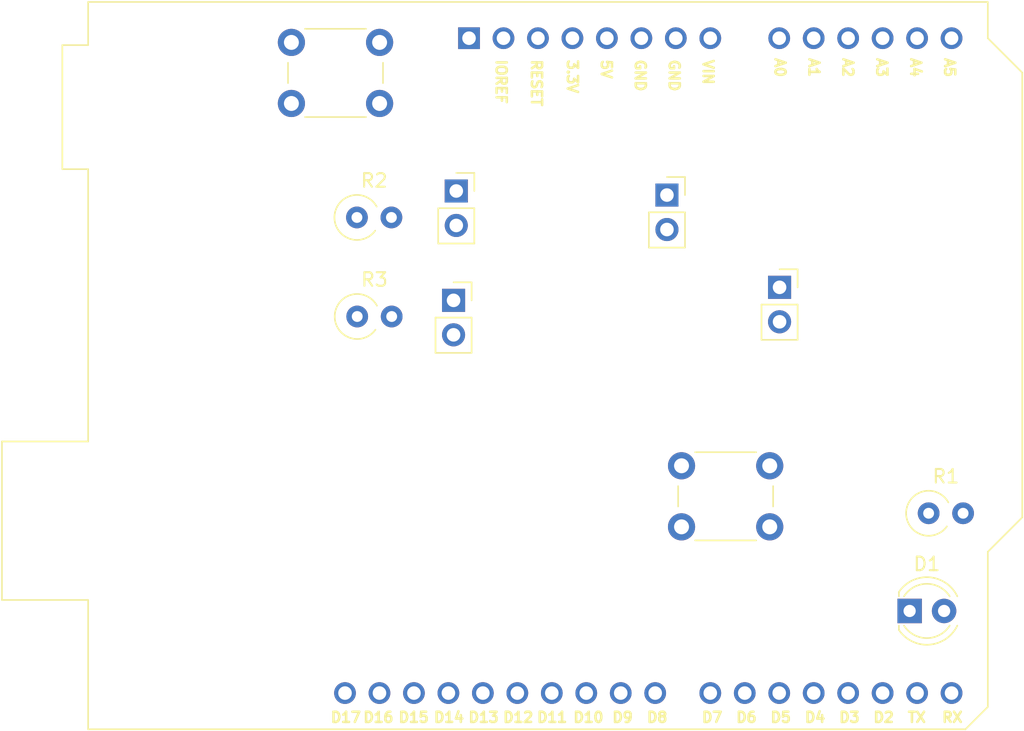
<source format=kicad_pcb>
(kicad_pcb (version 20240108) (generator "pcbnew") (generator_version "8.0")
  (layers (0 "F.Cu" signal) (31 "B.Cu" signal) (34 "B.Paste" user) (35 "F.Paste" user) (36 "B.SilkS" user "B.Silkscreen") (37 "F.SilkS" user "F.Silkscreen") (38 "B.Mask" user) (39 "F.Mask" user) (44 "Edge.Cuts" user))
  (net 0 "")
  (net 7 "Net-(A1-D2)")
  (net 11 "Net-(A1-~{RESET})")
  (net 21 "Net-(A1-+5V)")
  (net 23 "Net-(A1-D4)")
  (net 27 "Net-(A1-D6)")
  (net 29 "Net-(A1-D7)")
  (net 33 "GND")
  (net 34 "Net-(D1-A)")
  (net 35 "+5V")
  (footprint "Button_Switch_THT:SW_PUSH_6mm" (layer "F.Cu") (at 243.8 122.55)
    (property "Reference" "SW1" (hide yes))
    (property "Value" "TestStart-Peach")
    (fp_line (start -0.25 1.5) (end -0.25 3) (stroke (width 0.12)) (layer "F.SilkS"))
    (fp_line (start 1 5.5) (end 5.5 5.5) (stroke (width 0.12)) (layer "F.SilkS"))
    (fp_line (start 5.5 -1) (end 1 -1) (stroke (width 0.12)) (layer "F.SilkS"))
    (fp_line (start 6.75 3) (end 6.75 1.5) (stroke (width 0.12)) (layer "F.SilkS"))
    (pad "1" thru_hole circle (at 0 0 90) (size 2 2) (drill 1.1) (layers "*.Cu" "*.Mask" "In1.Cu" "In2.Cu" "In3.Cu" "In4.Cu" "In5.Cu" "In6.Cu" "In7.Cu" "In8.Cu" "In9.Cu" "In10.Cu" "In11.Cu" "In12.Cu" "In13.Cu" "In14.Cu" "In15.Cu" "In16.Cu" "In17.Cu" "In18.Cu" "In19.Cu" "In20.Cu" "In21.Cu" "In22.Cu" "In23.Cu" "In24.Cu" "In25.Cu" "In26.Cu" "In27.Cu" "In28.Cu" "In29.Cu" "In30.Cu") (net 33 "GND"))
    (pad "1" thru_hole circle (at 6.5 0 90) (size 2 2) (drill 1.1) (layers "*.Cu" "*.Mask" "In1.Cu" "In2.Cu" "In3.Cu" "In4.Cu" "In5.Cu" "In6.Cu" "In7.Cu" "In8.Cu" "In9.Cu" "In10.Cu" "In11.Cu" "In12.Cu" "In13.Cu" "In14.Cu" "In15.Cu" "In16.Cu" "In17.Cu" "In18.Cu" "In19.Cu" "In20.Cu" "In21.Cu" "In22.Cu" "In23.Cu" "In24.Cu" "In25.Cu" "In26.Cu" "In27.Cu" "In28.Cu" "In29.Cu" "In30.Cu") (net 33 "GND"))
    (pad "2" thru_hole circle (at 0 4.5 90) (size 2 2) (drill 1.1) (layers "*.Cu" "*.Mask" "In1.Cu" "In2.Cu" "In3.Cu" "In4.Cu" "In5.Cu" "In6.Cu" "In7.Cu" "In8.Cu" "In9.Cu" "In10.Cu" "In11.Cu" "In12.Cu" "In13.Cu" "In14.Cu" "In15.Cu" "In16.Cu" "In17.Cu" "In18.Cu" "In19.Cu" "In20.Cu" "In21.Cu" "In22.Cu" "In23.Cu" "In24.Cu" "In25.Cu" "In26.Cu" "In27.Cu" "In28.Cu" "In29.Cu" "In30.Cu") (net 27 "Net-(A1-D6)"))
    (pad "2" thru_hole circle (at 6.5 4.5 90) (size 2 2) (drill 1.1) (layers "*.Cu" "*.Mask" "In1.Cu" "In2.Cu" "In3.Cu" "In4.Cu" "In5.Cu" "In6.Cu" "In7.Cu" "In8.Cu" "In9.Cu" "In10.Cu" "In11.Cu" "In12.Cu" "In13.Cu" "In14.Cu" "In15.Cu" "In16.Cu" "In17.Cu" "In18.Cu" "In19.Cu" "In20.Cu" "In21.Cu" "In22.Cu" "In23.Cu" "In24.Cu" "In25.Cu" "In26.Cu" "In27.Cu" "In28.Cu" "In29.Cu" "In30.Cu") (net 27 "Net-(A1-D6)"))
  )
  (footprint "Connector_PinSocket_2.54mm:PinSocket_1x02_P2.54mm_Vertical" (layer "F.Cu") (at 251.025 109.4)
    (property "Reference" "J3" (hide yes))
    (property "Value" "3Min")
    (fp_line (start -1.33 1.27) (end -1.33 3.87) (stroke (width 0.12)) (layer "F.SilkS"))
    (fp_line (start -1.33 1.27) (end 1.33 1.27) (stroke (width 0.12)) (layer "F.SilkS"))
    (fp_line (start -1.33 3.87) (end 1.33 3.87) (stroke (width 0.12)) (layer "F.SilkS"))
    (fp_line (start 0 -1.33) (end 1.33 -1.33) (stroke (width 0.12)) (layer "F.SilkS"))
    (fp_line (start 1.33 -1.33) (end 1.33 0) (stroke (width 0.12)) (layer "F.SilkS"))
    (fp_line (start 1.33 1.27) (end 1.33 3.87) (stroke (width 0.12)) (layer "F.SilkS"))
    (pad "1" thru_hole rect (at 0 0) (size 1.7 1.7) (drill 1) (layers "*.Cu" "*.Mask" "In1.Cu" "In2.Cu" "In3.Cu" "In4.Cu" "In5.Cu" "In6.Cu" "In7.Cu" "In8.Cu" "In9.Cu" "In10.Cu" "In11.Cu" "In12.Cu" "In13.Cu" "In14.Cu" "In15.Cu" "In16.Cu" "In17.Cu" "In18.Cu" "In19.Cu" "In20.Cu" "In21.Cu" "In22.Cu" "In23.Cu" "In24.Cu" "In25.Cu" "In26.Cu" "In27.Cu" "In28.Cu" "In29.Cu" "In30.Cu") (net 35 "+5V"))
    (pad "2" thru_hole oval (at 0 2.54) (size 1.7 1.7) (drill 1) (layers "*.Cu" "*.Mask" "In1.Cu" "In2.Cu" "In3.Cu" "In4.Cu" "In5.Cu" "In6.Cu" "In7.Cu" "In8.Cu" "In9.Cu" "In10.Cu" "In11.Cu" "In12.Cu" "In13.Cu" "In14.Cu" "In15.Cu" "In16.Cu" "In17.Cu" "In18.Cu" "In19.Cu" "In20.Cu" "In21.Cu" "In22.Cu" "In23.Cu" "In24.Cu" "In25.Cu" "In26.Cu" "In27.Cu" "In28.Cu" "In29.Cu" "In30.Cu"))
  )
  (footprint "Connector_PinSocket_2.54mm:PinSocket_1x02_P2.54mm_Vertical" (layer "F.Cu") (at 242.725 102.6)
    (property "Reference" "J4" (hide yes))
    (property "Value" "5Min")
    (fp_line (start -1.33 1.27) (end -1.33 3.87) (stroke (width 0.12)) (layer "F.SilkS"))
    (fp_line (start -1.33 1.27) (end 1.33 1.27) (stroke (width 0.12)) (layer "F.SilkS"))
    (fp_line (start -1.33 3.87) (end 1.33 3.87) (stroke (width 0.12)) (layer "F.SilkS"))
    (fp_line (start 0 -1.33) (end 1.33 -1.33) (stroke (width 0.12)) (layer "F.SilkS"))
    (fp_line (start 1.33 -1.33) (end 1.33 0) (stroke (width 0.12)) (layer "F.SilkS"))
    (fp_line (start 1.33 1.27) (end 1.33 3.87) (stroke (width 0.12)) (layer "F.SilkS"))
    (pad "1" thru_hole rect (at 0 0) (size 1.7 1.7) (drill 1) (layers "*.Cu" "*.Mask" "In1.Cu" "In2.Cu" "In3.Cu" "In4.Cu" "In5.Cu" "In6.Cu" "In7.Cu" "In8.Cu" "In9.Cu" "In10.Cu" "In11.Cu" "In12.Cu" "In13.Cu" "In14.Cu" "In15.Cu" "In16.Cu" "In17.Cu" "In18.Cu" "In19.Cu" "In20.Cu" "In21.Cu" "In22.Cu" "In23.Cu" "In24.Cu" "In25.Cu" "In26.Cu" "In27.Cu" "In28.Cu" "In29.Cu" "In30.Cu") (net 21 "Net-(A1-+5V)"))
    (pad "2" thru_hole oval (at 0 2.54) (size 1.7 1.7) (drill 1) (layers "*.Cu" "*.Mask" "In1.Cu" "In2.Cu" "In3.Cu" "In4.Cu" "In5.Cu" "In6.Cu" "In7.Cu" "In8.Cu" "In9.Cu" "In10.Cu" "In11.Cu" "In12.Cu" "In13.Cu" "In14.Cu" "In15.Cu" "In16.Cu" "In17.Cu" "In18.Cu" "In19.Cu" "In20.Cu" "In21.Cu" "In22.Cu" "In23.Cu" "In24.Cu" "In25.Cu" "In26.Cu" "In27.Cu" "In28.Cu" "In29.Cu" "In30.Cu"))
  )
  (footprint "Connector_PinSocket_2.54mm:PinSocket_1x02_P2.54mm_Vertical" (layer "F.Cu") (at 227 110.36)
    (property "Reference" "J2" (hide yes))
    (property "Value" "2Min")
    (fp_line (start -1.33 1.27) (end -1.33 3.87) (stroke (width 0.12)) (layer "F.SilkS"))
    (fp_line (start -1.33 1.27) (end 1.33 1.27) (stroke (width 0.12)) (layer "F.SilkS"))
    (fp_line (start -1.33 3.87) (end 1.33 3.87) (stroke (width 0.12)) (layer "F.SilkS"))
    (fp_line (start 0 -1.33) (end 1.33 -1.33) (stroke (width 0.12)) (layer "F.SilkS"))
    (fp_line (start 1.33 -1.33) (end 1.33 0) (stroke (width 0.12)) (layer "F.SilkS"))
    (fp_line (start 1.33 1.27) (end 1.33 3.87) (stroke (width 0.12)) (layer "F.SilkS"))
    (pad "1" thru_hole rect (at 0 0) (size 1.7 1.7) (drill 1) (layers "*.Cu" "*.Mask" "In1.Cu" "In2.Cu" "In3.Cu" "In4.Cu" "In5.Cu" "In6.Cu" "In7.Cu" "In8.Cu" "In9.Cu" "In10.Cu" "In11.Cu" "In12.Cu" "In13.Cu" "In14.Cu" "In15.Cu" "In16.Cu" "In17.Cu" "In18.Cu" "In19.Cu" "In20.Cu" "In21.Cu" "In22.Cu" "In23.Cu" "In24.Cu" "In25.Cu" "In26.Cu" "In27.Cu" "In28.Cu" "In29.Cu" "In30.Cu") (net 35 "+5V"))
    (pad "2" thru_hole oval (at 0 2.54) (size 1.7 1.7) (drill 1) (layers "*.Cu" "*.Mask" "In1.Cu" "In2.Cu" "In3.Cu" "In4.Cu" "In5.Cu" "In6.Cu" "In7.Cu" "In8.Cu" "In9.Cu" "In10.Cu" "In11.Cu" "In12.Cu" "In13.Cu" "In14.Cu" "In15.Cu" "In16.Cu" "In17.Cu" "In18.Cu" "In19.Cu" "In20.Cu" "In21.Cu" "In22.Cu" "In23.Cu" "In24.Cu" "In25.Cu" "In26.Cu" "In27.Cu" "In28.Cu" "In29.Cu" "In30.Cu") (net 29 "Net-(A1-D7)"))
  )
  (footprint "LED_THT:LED_D4.0mm" (layer "F.Cu") (at 260.61 133.25)
    (property "Reference" "D1" (at 1.27 -3.46 0) (layer "F.SilkS"))
    (property "Value" "LED")
    (fp_line (start -0.79 -1.399) (end -0.79 -1.08) (stroke (width 0.12)) (layer "F.SilkS"))
    (fp_line (start -0.79 1.08) (end -0.79 1.399) (stroke (width 0.12)) (layer "F.SilkS"))
    (fp_arc (start -0.79 -1.398749) (mid 1.453882 -2.483201) (end 3.513558 -1.080069) (stroke (width 0.12)) (layer "F.SilkS"))
    (fp_arc (start -0.41333 -1.08) (mid 1.269966 -2) (end 2.953294 -1.080057) (stroke (width 0.12)) (layer "F.SilkS"))
    (fp_arc (start 2.953294 1.080057) (mid 1.269966 2) (end -0.41333 1.08) (stroke (width 0.12)) (layer "F.SilkS"))
    (fp_arc (start 3.513558 1.080069) (mid 1.453882 2.483201) (end -0.79 1.398749) (stroke (width 0.12)) (layer "F.SilkS"))
    (pad "1" thru_hole rect (at 0 0) (size 1.8 1.8) (drill 0.9) (layers "*.Cu" "*.Mask" "In1.Cu" "In2.Cu" "In3.Cu" "In4.Cu" "In5.Cu" "In6.Cu" "In7.Cu" "In8.Cu" "In9.Cu" "In10.Cu" "In11.Cu" "In12.Cu" "In13.Cu" "In14.Cu" "In15.Cu" "In16.Cu" "In17.Cu" "In18.Cu" "In19.Cu" "In20.Cu" "In21.Cu" "In22.Cu" "In23.Cu" "In24.Cu" "In25.Cu" "In26.Cu" "In27.Cu" "In28.Cu" "In29.Cu" "In30.Cu") (net 33 "GND"))
    (pad "2" thru_hole circle (at 2.54 0) (size 1.8 1.8) (drill 0.9) (layers "*.Cu" "*.Mask" "In1.Cu" "In2.Cu" "In3.Cu" "In4.Cu" "In5.Cu" "In6.Cu" "In7.Cu" "In8.Cu" "In9.Cu" "In10.Cu" "In11.Cu" "In12.Cu" "In13.Cu" "In14.Cu" "In15.Cu" "In16.Cu" "In17.Cu" "In18.Cu" "In19.Cu" "In20.Cu" "In21.Cu" "In22.Cu" "In23.Cu" "In24.Cu" "In25.Cu" "In26.Cu" "In27.Cu" "In28.Cu" "In29.Cu" "In30.Cu") (net 34 "Net-(D1-A)"))
  )
  (footprint "Resistor_THT:R_Axial_DIN0309_L9.0mm_D3.2mm_P2.54mm_Vertical" (layer "F.Cu") (at 219.88 104.25)
    (property "Reference" "R2" (at 1.27 -2.72 0) (layer "F.SilkS"))
    (property "Value" "R" (hide yes))
    (fp_arc (start 1.344775 0.97138) (mid -1.655812 -0.101418) (end 1.453272 -0.8) (stroke (width 0.12)) (layer "F.SilkS"))
    (pad "1" thru_hole circle (at 0 0) (size 1.6 1.6) (drill 0.8) (layers "*.Cu" "*.Mask" "In1.Cu" "In2.Cu" "In3.Cu" "In4.Cu" "In5.Cu" "In6.Cu" "In7.Cu" "In8.Cu" "In9.Cu" "In10.Cu" "In11.Cu" "In12.Cu" "In13.Cu" "In14.Cu" "In15.Cu" "In16.Cu" "In17.Cu" "In18.Cu" "In19.Cu" "In20.Cu" "In21.Cu" "In22.Cu" "In23.Cu" "In24.Cu" "In25.Cu" "In26.Cu" "In27.Cu" "In28.Cu" "In29.Cu" "In30.Cu") (net 7 "Net-(A1-D2)"))
    (pad "2" thru_hole oval (at 2.54 0) (size 1.6 1.6) (drill 0.8) (layers "*.Cu" "*.Mask" "In1.Cu" "In2.Cu" "In3.Cu" "In4.Cu" "In5.Cu" "In6.Cu" "In7.Cu" "In8.Cu" "In9.Cu" "In10.Cu" "In11.Cu" "In12.Cu" "In13.Cu" "In14.Cu" "In15.Cu" "In16.Cu" "In17.Cu" "In18.Cu" "In19.Cu" "In20.Cu" "In21.Cu" "In22.Cu" "In23.Cu" "In24.Cu" "In25.Cu" "In26.Cu" "In27.Cu" "In28.Cu" "In29.Cu" "In30.Cu") (net 33 "GND"))
  )
  (footprint "Button_Switch_THT:SW_PUSH_6mm" (layer "F.Cu") (at 215.05 91.35)
    (property "Reference" "SW2" (hide yes))
    (property "Value" "Reset-Black")
    (fp_line (start -0.25 1.5) (end -0.25 3) (stroke (width 0.12)) (layer "F.SilkS"))
    (fp_line (start 1 5.5) (end 5.5 5.5) (stroke (width 0.12)) (layer "F.SilkS"))
    (fp_line (start 5.5 -1) (end 1 -1) (stroke (width 0.12)) (layer "F.SilkS"))
    (fp_line (start 6.75 3) (end 6.75 1.5) (stroke (width 0.12)) (layer "F.SilkS"))
    (pad "1" thru_hole circle (at 0 0 90) (size 2 2) (drill 1.1) (layers "*.Cu" "*.Mask" "In1.Cu" "In2.Cu" "In3.Cu" "In4.Cu" "In5.Cu" "In6.Cu" "In7.Cu" "In8.Cu" "In9.Cu" "In10.Cu" "In11.Cu" "In12.Cu" "In13.Cu" "In14.Cu" "In15.Cu" "In16.Cu" "In17.Cu" "In18.Cu" "In19.Cu" "In20.Cu" "In21.Cu" "In22.Cu" "In23.Cu" "In24.Cu" "In25.Cu" "In26.Cu" "In27.Cu" "In28.Cu" "In29.Cu" "In30.Cu") (net 11 "Net-(A1-~{RESET})"))
    (pad "1" thru_hole circle (at 6.5 0 90) (size 2 2) (drill 1.1) (layers "*.Cu" "*.Mask" "In1.Cu" "In2.Cu" "In3.Cu" "In4.Cu" "In5.Cu" "In6.Cu" "In7.Cu" "In8.Cu" "In9.Cu" "In10.Cu" "In11.Cu" "In12.Cu" "In13.Cu" "In14.Cu" "In15.Cu" "In16.Cu" "In17.Cu" "In18.Cu" "In19.Cu" "In20.Cu" "In21.Cu" "In22.Cu" "In23.Cu" "In24.Cu" "In25.Cu" "In26.Cu" "In27.Cu" "In28.Cu" "In29.Cu" "In30.Cu") (net 11 "Net-(A1-~{RESET})"))
    (pad "2" thru_hole circle (at 0 4.5 90) (size 2 2) (drill 1.1) (layers "*.Cu" "*.Mask" "In1.Cu" "In2.Cu" "In3.Cu" "In4.Cu" "In5.Cu" "In6.Cu" "In7.Cu" "In8.Cu" "In9.Cu" "In10.Cu" "In11.Cu" "In12.Cu" "In13.Cu" "In14.Cu" "In15.Cu" "In16.Cu" "In17.Cu" "In18.Cu" "In19.Cu" "In20.Cu" "In21.Cu" "In22.Cu" "In23.Cu" "In24.Cu" "In25.Cu" "In26.Cu" "In27.Cu" "In28.Cu" "In29.Cu" "In30.Cu") (net 33 "GND"))
    (pad "2" thru_hole circle (at 6.5 4.5 90) (size 2 2) (drill 1.1) (layers "*.Cu" "*.Mask" "In1.Cu" "In2.Cu" "In3.Cu" "In4.Cu" "In5.Cu" "In6.Cu" "In7.Cu" "In8.Cu" "In9.Cu" "In10.Cu" "In11.Cu" "In12.Cu" "In13.Cu" "In14.Cu" "In15.Cu" "In16.Cu" "In17.Cu" "In18.Cu" "In19.Cu" "In20.Cu" "In21.Cu" "In22.Cu" "In23.Cu" "In24.Cu" "In25.Cu" "In26.Cu" "In27.Cu" "In28.Cu" "In29.Cu" "In30.Cu") (net 33 "GND"))
  )
  (footprint "Resistor_THT:R_Axial_DIN0309_L9.0mm_D3.2mm_P2.54mm_Vertical" (layer "F.Cu") (at 262.01 126.05)
    (property "Reference" "R1" (at 1.27 -2.72 0) (layer "F.SilkS"))
    (property "Value" "R" (hide yes))
    (fp_arc (start 1.344775 0.97138) (mid -1.655812 -0.101418) (end 1.453272 -0.8) (stroke (width 0.12)) (layer "F.SilkS"))
    (pad "1" thru_hole circle (at 0 0) (size 1.6 1.6) (drill 0.8) (layers "*.Cu" "*.Mask" "In1.Cu" "In2.Cu" "In3.Cu" "In4.Cu" "In5.Cu" "In6.Cu" "In7.Cu" "In8.Cu" "In9.Cu" "In10.Cu" "In11.Cu" "In12.Cu" "In13.Cu" "In14.Cu" "In15.Cu" "In16.Cu" "In17.Cu" "In18.Cu" "In19.Cu" "In20.Cu" "In21.Cu" "In22.Cu" "In23.Cu" "In24.Cu" "In25.Cu" "In26.Cu" "In27.Cu" "In28.Cu" "In29.Cu" "In30.Cu") (net 34 "Net-(D1-A)"))
    (pad "2" thru_hole oval (at 2.54 0) (size 1.6 1.6) (drill 0.8) (layers "*.Cu" "*.Mask" "In1.Cu" "In2.Cu" "In3.Cu" "In4.Cu" "In5.Cu" "In6.Cu" "In7.Cu" "In8.Cu" "In9.Cu" "In10.Cu" "In11.Cu" "In12.Cu" "In13.Cu" "In14.Cu" "In15.Cu" "In16.Cu" "In17.Cu" "In18.Cu" "In19.Cu" "In20.Cu" "In21.Cu" "In22.Cu" "In23.Cu" "In24.Cu" "In25.Cu" "In26.Cu" "In27.Cu" "In28.Cu" "In29.Cu" "In30.Cu") (net 23 "Net-(A1-D4)"))
  )
  (footprint "Connector_PinSocket_2.54mm:PinSocket_1x02_P2.54mm_Vertical" (layer "F.Cu") (at 227.2 102.3)
    (property "Reference" "J1" (hide yes))
    (property "Value" "1Min")
    (fp_line (start -1.33 1.27) (end -1.33 3.87) (stroke (width 0.12)) (layer "F.SilkS"))
    (fp_line (start -1.33 1.27) (end 1.33 1.27) (stroke (width 0.12)) (layer "F.SilkS"))
    (fp_line (start -1.33 3.87) (end 1.33 3.87) (stroke (width 0.12)) (layer "F.SilkS"))
    (fp_line (start 0 -1.33) (end 1.33 -1.33) (stroke (width 0.12)) (layer "F.SilkS"))
    (fp_line (start 1.33 -1.33) (end 1.33 0) (stroke (width 0.12)) (layer "F.SilkS"))
    (fp_line (start 1.33 1.27) (end 1.33 3.87) (stroke (width 0.12)) (layer "F.SilkS"))
    (pad "1" thru_hole rect (at 0 0) (size 1.7 1.7) (drill 1) (layers "*.Cu" "*.Mask" "In1.Cu" "In2.Cu" "In3.Cu" "In4.Cu" "In5.Cu" "In6.Cu" "In7.Cu" "In8.Cu" "In9.Cu" "In10.Cu" "In11.Cu" "In12.Cu" "In13.Cu" "In14.Cu" "In15.Cu" "In16.Cu" "In17.Cu" "In18.Cu" "In19.Cu" "In20.Cu" "In21.Cu" "In22.Cu" "In23.Cu" "In24.Cu" "In25.Cu" "In26.Cu" "In27.Cu" "In28.Cu" "In29.Cu" "In30.Cu") (net 35 "+5V"))
    (pad "2" thru_hole oval (at 0 2.54) (size 1.7 1.7) (drill 1) (layers "*.Cu" "*.Mask" "In1.Cu" "In2.Cu" "In3.Cu" "In4.Cu" "In5.Cu" "In6.Cu" "In7.Cu" "In8.Cu" "In9.Cu" "In10.Cu" "In11.Cu" "In12.Cu" "In13.Cu" "In14.Cu" "In15.Cu" "In16.Cu" "In17.Cu" "In18.Cu" "In19.Cu" "In20.Cu" "In21.Cu" "In22.Cu" "In23.Cu" "In24.Cu" "In25.Cu" "In26.Cu" "In27.Cu" "In28.Cu" "In29.Cu" "In30.Cu") (net 7 "Net-(A1-D2)"))
  )
  (footprint "Module:Arduino_UNO_R3" (layer "F.Cu") (at 228.14 91.04)
    (property "Reference" "A1" (hide yes))
    (property "Value" "Arduino_UNO_R3" (hide yes))
    (fp_line (start -34.42 29.72) (end -34.42 41.4) (stroke (width 0.12)) (layer "F.SilkS"))
    (fp_line (start -34.42 41.4) (end -28.07 41.4) (stroke (width 0.12)) (layer "F.SilkS"))
    (fp_line (start -29.97 0.51) (end -29.97 9.65) (stroke (width 0.12)) (layer "F.SilkS"))
    (fp_line (start -29.97 9.65) (end -28.07 9.65) (stroke (width 0.12)) (layer "F.SilkS"))
    (fp_line (start -28.07 -2.67) (end -28.07 0.51) (stroke (width 0.12)) (layer "F.SilkS"))
    (fp_line (start -28.07 0.51) (end -29.97 0.51) (stroke (width 0.12)) (layer "F.SilkS"))
    (fp_line (start -28.07 9.65) (end -28.07 29.72) (stroke (width 0.12)) (layer "F.SilkS"))
    (fp_line (start -28.07 29.72) (end -34.42 29.72) (stroke (width 0.12)) (layer "F.SilkS"))
    (fp_line (start -28.07 41.4) (end -28.07 50.93) (stroke (width 0.12)) (layer "F.SilkS"))
    (fp_line (start -28.07 50.93) (end 36.58 50.93) (stroke (width 0.12)) (layer "F.SilkS"))
    (fp_line (start 36.58 50.93) (end 38.23 49.28) (stroke (width 0.12)) (layer "F.SilkS"))
    (fp_line (start 38.23 -2.67) (end -28.07 -2.67) (stroke (width 0.12)) (layer "F.SilkS"))
    (fp_line (start 38.23 0) (end 38.23 -2.67) (stroke (width 0.12)) (layer "F.SilkS"))
    (fp_line (start 38.23 37.85) (end 40.77 35.31) (stroke (width 0.12)) (layer "F.SilkS"))
    (fp_line (start 38.23 49.28) (end 38.23 37.85) (stroke (width 0.12)) (layer "F.SilkS"))
    (fp_line (start 40.77 2.54) (end 38.23 0) (stroke (width 0.12)) (layer "F.SilkS"))
    (fp_line (start 40.77 35.31) (end 40.77 2.54) (stroke (width 0.12)) (layer "F.SilkS"))
    (pad "1" thru_hole rect (at 0 0 90) (size 1.6 1.6) (drill 1) (layers "*.Cu" "*.Mask" "In1.Cu" "In2.Cu" "In3.Cu" "In4.Cu" "In5.Cu" "In6.Cu" "In7.Cu" "In8.Cu" "In9.Cu" "In10.Cu" "In11.Cu" "In12.Cu" "In13.Cu" "In14.Cu" "In15.Cu" "In16.Cu" "In17.Cu" "In18.Cu" "In19.Cu" "In20.Cu" "In21.Cu" "In22.Cu" "In23.Cu" "In24.Cu" "In25.Cu" "In26.Cu" "In27.Cu" "In28.Cu" "In29.Cu" "In30.Cu"))
    (pad "2" thru_hole oval (at 2.54 0 90) (size 1.6 1.6) (drill 1) (layers "*.Cu" "*.Mask" "In1.Cu" "In2.Cu" "In3.Cu" "In4.Cu" "In5.Cu" "In6.Cu" "In7.Cu" "In8.Cu" "In9.Cu" "In10.Cu" "In11.Cu" "In12.Cu" "In13.Cu" "In14.Cu" "In15.Cu" "In16.Cu" "In17.Cu" "In18.Cu" "In19.Cu" "In20.Cu" "In21.Cu" "In22.Cu" "In23.Cu" "In24.Cu" "In25.Cu" "In26.Cu" "In27.Cu" "In28.Cu" "In29.Cu" "In30.Cu"))
    (pad "3" thru_hole oval (at 5.08 0 90) (size 1.6 1.6) (drill 1) (layers "*.Cu" "*.Mask" "In1.Cu" "In2.Cu" "In3.Cu" "In4.Cu" "In5.Cu" "In6.Cu" "In7.Cu" "In8.Cu" "In9.Cu" "In10.Cu" "In11.Cu" "In12.Cu" "In13.Cu" "In14.Cu" "In15.Cu" "In16.Cu" "In17.Cu" "In18.Cu" "In19.Cu" "In20.Cu" "In21.Cu" "In22.Cu" "In23.Cu" "In24.Cu" "In25.Cu" "In26.Cu" "In27.Cu" "In28.Cu" "In29.Cu" "In30.Cu") (net 11 "Net-(A1-~{RESET})"))
    (pad "4" thru_hole oval (at 7.62 0 90) (size 1.6 1.6) (drill 1) (layers "*.Cu" "*.Mask" "In1.Cu" "In2.Cu" "In3.Cu" "In4.Cu" "In5.Cu" "In6.Cu" "In7.Cu" "In8.Cu" "In9.Cu" "In10.Cu" "In11.Cu" "In12.Cu" "In13.Cu" "In14.Cu" "In15.Cu" "In16.Cu" "In17.Cu" "In18.Cu" "In19.Cu" "In20.Cu" "In21.Cu" "In22.Cu" "In23.Cu" "In24.Cu" "In25.Cu" "In26.Cu" "In27.Cu" "In28.Cu" "In29.Cu" "In30.Cu"))
    (pad "5" thru_hole oval (at 10.16 0 90) (size 1.6 1.6) (drill 1) (layers "*.Cu" "*.Mask" "In1.Cu" "In2.Cu" "In3.Cu" "In4.Cu" "In5.Cu" "In6.Cu" "In7.Cu" "In8.Cu" "In9.Cu" "In10.Cu" "In11.Cu" "In12.Cu" "In13.Cu" "In14.Cu" "In15.Cu" "In16.Cu" "In17.Cu" "In18.Cu" "In19.Cu" "In20.Cu" "In21.Cu" "In22.Cu" "In23.Cu" "In24.Cu" "In25.Cu" "In26.Cu" "In27.Cu" "In28.Cu" "In29.Cu" "In30.Cu") (net 21 "Net-(A1-+5V)"))
    (pad "6" thru_hole oval (at 12.7 0 90) (size 1.6 1.6) (drill 1) (layers "*.Cu" "*.Mask" "In1.Cu" "In2.Cu" "In3.Cu" "In4.Cu" "In5.Cu" "In6.Cu" "In7.Cu" "In8.Cu" "In9.Cu" "In10.Cu" "In11.Cu" "In12.Cu" "In13.Cu" "In14.Cu" "In15.Cu" "In16.Cu" "In17.Cu" "In18.Cu" "In19.Cu" "In20.Cu" "In21.Cu" "In22.Cu" "In23.Cu" "In24.Cu" "In25.Cu" "In26.Cu" "In27.Cu" "In28.Cu" "In29.Cu" "In30.Cu"))
    (pad "7" thru_hole oval (at 15.24 0 90) (size 1.6 1.6) (drill 1) (layers "*.Cu" "*.Mask" "In1.Cu" "In2.Cu" "In3.Cu" "In4.Cu" "In5.Cu" "In6.Cu" "In7.Cu" "In8.Cu" "In9.Cu" "In10.Cu" "In11.Cu" "In12.Cu" "In13.Cu" "In14.Cu" "In15.Cu" "In16.Cu" "In17.Cu" "In18.Cu" "In19.Cu" "In20.Cu" "In21.Cu" "In22.Cu" "In23.Cu" "In24.Cu" "In25.Cu" "In26.Cu" "In27.Cu" "In28.Cu" "In29.Cu" "In30.Cu"))
    (pad "8" thru_hole oval (at 17.78 0 90) (size 1.6 1.6) (drill 1) (layers "*.Cu" "*.Mask" "In1.Cu" "In2.Cu" "In3.Cu" "In4.Cu" "In5.Cu" "In6.Cu" "In7.Cu" "In8.Cu" "In9.Cu" "In10.Cu" "In11.Cu" "In12.Cu" "In13.Cu" "In14.Cu" "In15.Cu" "In16.Cu" "In17.Cu" "In18.Cu" "In19.Cu" "In20.Cu" "In21.Cu" "In22.Cu" "In23.Cu" "In24.Cu" "In25.Cu" "In26.Cu" "In27.Cu" "In28.Cu" "In29.Cu" "In30.Cu"))
    (pad "9" thru_hole oval (at 22.86 0 90) (size 1.6 1.6) (drill 1) (layers "*.Cu" "*.Mask" "In1.Cu" "In2.Cu" "In3.Cu" "In4.Cu" "In5.Cu" "In6.Cu" "In7.Cu" "In8.Cu" "In9.Cu" "In10.Cu" "In11.Cu" "In12.Cu" "In13.Cu" "In14.Cu" "In15.Cu" "In16.Cu" "In17.Cu" "In18.Cu" "In19.Cu" "In20.Cu" "In21.Cu" "In22.Cu" "In23.Cu" "In24.Cu" "In25.Cu" "In26.Cu" "In27.Cu" "In28.Cu" "In29.Cu" "In30.Cu"))
    (pad "10" thru_hole oval (at 25.4 0 90) (size 1.6 1.6) (drill 1) (layers "*.Cu" "*.Mask" "In1.Cu" "In2.Cu" "In3.Cu" "In4.Cu" "In5.Cu" "In6.Cu" "In7.Cu" "In8.Cu" "In9.Cu" "In10.Cu" "In11.Cu" "In12.Cu" "In13.Cu" "In14.Cu" "In15.Cu" "In16.Cu" "In17.Cu" "In18.Cu" "In19.Cu" "In20.Cu" "In21.Cu" "In22.Cu" "In23.Cu" "In24.Cu" "In25.Cu" "In26.Cu" "In27.Cu" "In28.Cu" "In29.Cu" "In30.Cu"))
    (pad "11" thru_hole oval (at 27.94 0 90) (size 1.6 1.6) (drill 1) (layers "*.Cu" "*.Mask" "In1.Cu" "In2.Cu" "In3.Cu" "In4.Cu" "In5.Cu" "In6.Cu" "In7.Cu" "In8.Cu" "In9.Cu" "In10.Cu" "In11.Cu" "In12.Cu" "In13.Cu" "In14.Cu" "In15.Cu" "In16.Cu" "In17.Cu" "In18.Cu" "In19.Cu" "In20.Cu" "In21.Cu" "In22.Cu" "In23.Cu" "In24.Cu" "In25.Cu" "In26.Cu" "In27.Cu" "In28.Cu" "In29.Cu" "In30.Cu"))
    (pad "12" thru_hole oval (at 30.48 0 90) (size 1.6 1.6) (drill 1) (layers "*.Cu" "*.Mask" "In1.Cu" "In2.Cu" "In3.Cu" "In4.Cu" "In5.Cu" "In6.Cu" "In7.Cu" "In8.Cu" "In9.Cu" "In10.Cu" "In11.Cu" "In12.Cu" "In13.Cu" "In14.Cu" "In15.Cu" "In16.Cu" "In17.Cu" "In18.Cu" "In19.Cu" "In20.Cu" "In21.Cu" "In22.Cu" "In23.Cu" "In24.Cu" "In25.Cu" "In26.Cu" "In27.Cu" "In28.Cu" "In29.Cu" "In30.Cu"))
    (pad "13" thru_hole oval (at 33.02 0 90) (size 1.6 1.6) (drill 1) (layers "*.Cu" "*.Mask" "In1.Cu" "In2.Cu" "In3.Cu" "In4.Cu" "In5.Cu" "In6.Cu" "In7.Cu" "In8.Cu" "In9.Cu" "In10.Cu" "In11.Cu" "In12.Cu" "In13.Cu" "In14.Cu" "In15.Cu" "In16.Cu" "In17.Cu" "In18.Cu" "In19.Cu" "In20.Cu" "In21.Cu" "In22.Cu" "In23.Cu" "In24.Cu" "In25.Cu" "In26.Cu" "In27.Cu" "In28.Cu" "In29.Cu" "In30.Cu"))
    (pad "14" thru_hole oval (at 35.56 0 90) (size 1.6 1.6) (drill 1) (layers "*.Cu" "*.Mask" "In1.Cu" "In2.Cu" "In3.Cu" "In4.Cu" "In5.Cu" "In6.Cu" "In7.Cu" "In8.Cu" "In9.Cu" "In10.Cu" "In11.Cu" "In12.Cu" "In13.Cu" "In14.Cu" "In15.Cu" "In16.Cu" "In17.Cu" "In18.Cu" "In19.Cu" "In20.Cu" "In21.Cu" "In22.Cu" "In23.Cu" "In24.Cu" "In25.Cu" "In26.Cu" "In27.Cu" "In28.Cu" "In29.Cu" "In30.Cu"))
    (pad "15" thru_hole oval (at 35.56 48.26 90) (size 1.6 1.6) (drill 1) (layers "*.Cu" "*.Mask" "In1.Cu" "In2.Cu" "In3.Cu" "In4.Cu" "In5.Cu" "In6.Cu" "In7.Cu" "In8.Cu" "In9.Cu" "In10.Cu" "In11.Cu" "In12.Cu" "In13.Cu" "In14.Cu" "In15.Cu" "In16.Cu" "In17.Cu" "In18.Cu" "In19.Cu" "In20.Cu" "In21.Cu" "In22.Cu" "In23.Cu" "In24.Cu" "In25.Cu" "In26.Cu" "In27.Cu" "In28.Cu" "In29.Cu" "In30.Cu"))
    (pad "16" thru_hole oval (at 33.02 48.26 90) (size 1.6 1.6) (drill 1) (layers "*.Cu" "*.Mask" "In1.Cu" "In2.Cu" "In3.Cu" "In4.Cu" "In5.Cu" "In6.Cu" "In7.Cu" "In8.Cu" "In9.Cu" "In10.Cu" "In11.Cu" "In12.Cu" "In13.Cu" "In14.Cu" "In15.Cu" "In16.Cu" "In17.Cu" "In18.Cu" "In19.Cu" "In20.Cu" "In21.Cu" "In22.Cu" "In23.Cu" "In24.Cu" "In25.Cu" "In26.Cu" "In27.Cu" "In28.Cu" "In29.Cu" "In30.Cu"))
    (pad "17" thru_hole oval (at 30.48 48.26 90) (size 1.6 1.6) (drill 1) (layers "*.Cu" "*.Mask" "In1.Cu" "In2.Cu" "In3.Cu" "In4.Cu" "In5.Cu" "In6.Cu" "In7.Cu" "In8.Cu" "In9.Cu" "In10.Cu" "In11.Cu" "In12.Cu" "In13.Cu" "In14.Cu" "In15.Cu" "In16.Cu" "In17.Cu" "In18.Cu" "In19.Cu" "In20.Cu" "In21.Cu" "In22.Cu" "In23.Cu" "In24.Cu" "In25.Cu" "In26.Cu" "In27.Cu" "In28.Cu" "In29.Cu" "In30.Cu") (net 7 "Net-(A1-D2)"))
    (pad "18" thru_hole oval (at 27.94 48.26 90) (size 1.6 1.6) (drill 1) (layers "*.Cu" "*.Mask" "In1.Cu" "In2.Cu" "In3.Cu" "In4.Cu" "In5.Cu" "In6.Cu" "In7.Cu" "In8.Cu" "In9.Cu" "In10.Cu" "In11.Cu" "In12.Cu" "In13.Cu" "In14.Cu" "In15.Cu" "In16.Cu" "In17.Cu" "In18.Cu" "In19.Cu" "In20.Cu" "In21.Cu" "In22.Cu" "In23.Cu" "In24.Cu" "In25.Cu" "In26.Cu" "In27.Cu" "In28.Cu" "In29.Cu" "In30.Cu"))
    (pad "19" thru_hole oval (at 25.4 48.26 90) (size 1.6 1.6) (drill 1) (layers "*.Cu" "*.Mask" "In1.Cu" "In2.Cu" "In3.Cu" "In4.Cu" "In5.Cu" "In6.Cu" "In7.Cu" "In8.Cu" "In9.Cu" "In10.Cu" "In11.Cu" "In12.Cu" "In13.Cu" "In14.Cu" "In15.Cu" "In16.Cu" "In17.Cu" "In18.Cu" "In19.Cu" "In20.Cu" "In21.Cu" "In22.Cu" "In23.Cu" "In24.Cu" "In25.Cu" "In26.Cu" "In27.Cu" "In28.Cu" "In29.Cu" "In30.Cu") (net 23 "Net-(A1-D4)"))
    (pad "20" thru_hole oval (at 22.86 48.26 90) (size 1.6 1.6) (drill 1) (layers "*.Cu" "*.Mask" "In1.Cu" "In2.Cu" "In3.Cu" "In4.Cu" "In5.Cu" "In6.Cu" "In7.Cu" "In8.Cu" "In9.Cu" "In10.Cu" "In11.Cu" "In12.Cu" "In13.Cu" "In14.Cu" "In15.Cu" "In16.Cu" "In17.Cu" "In18.Cu" "In19.Cu" "In20.Cu" "In21.Cu" "In22.Cu" "In23.Cu" "In24.Cu" "In25.Cu" "In26.Cu" "In27.Cu" "In28.Cu" "In29.Cu" "In30.Cu"))
    (pad "21" thru_hole oval (at 20.32 48.26 90) (size 1.6 1.6) (drill 1) (layers "*.Cu" "*.Mask" "In1.Cu" "In2.Cu" "In3.Cu" "In4.Cu" "In5.Cu" "In6.Cu" "In7.Cu" "In8.Cu" "In9.Cu" "In10.Cu" "In11.Cu" "In12.Cu" "In13.Cu" "In14.Cu" "In15.Cu" "In16.Cu" "In17.Cu" "In18.Cu" "In19.Cu" "In20.Cu" "In21.Cu" "In22.Cu" "In23.Cu" "In24.Cu" "In25.Cu" "In26.Cu" "In27.Cu" "In28.Cu" "In29.Cu" "In30.Cu") (net 27 "Net-(A1-D6)"))
    (pad "22" thru_hole oval (at 17.78 48.26 90) (size 1.6 1.6) (drill 1) (layers "*.Cu" "*.Mask" "In1.Cu" "In2.Cu" "In3.Cu" "In4.Cu" "In5.Cu" "In6.Cu" "In7.Cu" "In8.Cu" "In9.Cu" "In10.Cu" "In11.Cu" "In12.Cu" "In13.Cu" "In14.Cu" "In15.Cu" "In16.Cu" "In17.Cu" "In18.Cu" "In19.Cu" "In20.Cu" "In21.Cu" "In22.Cu" "In23.Cu" "In24.Cu" "In25.Cu" "In26.Cu" "In27.Cu" "In28.Cu" "In29.Cu" "In30.Cu") (net 29 "Net-(A1-D7)"))
    (pad "23" thru_hole oval (at 13.72 48.26 90) (size 1.6 1.6) (drill 1) (layers "*.Cu" "*.Mask" "In1.Cu" "In2.Cu" "In3.Cu" "In4.Cu" "In5.Cu" "In6.Cu" "In7.Cu" "In8.Cu" "In9.Cu" "In10.Cu" "In11.Cu" "In12.Cu" "In13.Cu" "In14.Cu" "In15.Cu" "In16.Cu" "In17.Cu" "In18.Cu" "In19.Cu" "In20.Cu" "In21.Cu" "In22.Cu" "In23.Cu" "In24.Cu" "In25.Cu" "In26.Cu" "In27.Cu" "In28.Cu" "In29.Cu" "In30.Cu"))
    (pad "24" thru_hole oval (at 11.18 48.26 90) (size 1.6 1.6) (drill 1) (layers "*.Cu" "*.Mask" "In1.Cu" "In2.Cu" "In3.Cu" "In4.Cu" "In5.Cu" "In6.Cu" "In7.Cu" "In8.Cu" "In9.Cu" "In10.Cu" "In11.Cu" "In12.Cu" "In13.Cu" "In14.Cu" "In15.Cu" "In16.Cu" "In17.Cu" "In18.Cu" "In19.Cu" "In20.Cu" "In21.Cu" "In22.Cu" "In23.Cu" "In24.Cu" "In25.Cu" "In26.Cu" "In27.Cu" "In28.Cu" "In29.Cu" "In30.Cu"))
    (pad "25" thru_hole oval (at 8.64 48.26 90) (size 1.6 1.6) (drill 1) (layers "*.Cu" "*.Mask" "In1.Cu" "In2.Cu" "In3.Cu" "In4.Cu" "In5.Cu" "In6.Cu" "In7.Cu" "In8.Cu" "In9.Cu" "In10.Cu" "In11.Cu" "In12.Cu" "In13.Cu" "In14.Cu" "In15.Cu" "In16.Cu" "In17.Cu" "In18.Cu" "In19.Cu" "In20.Cu" "In21.Cu" "In22.Cu" "In23.Cu" "In24.Cu" "In25.Cu" "In26.Cu" "In27.Cu" "In28.Cu" "In29.Cu" "In30.Cu"))
    (pad "26" thru_hole oval (at 6.1 48.26 90) (size 1.6 1.6) (drill 1) (layers "*.Cu" "*.Mask" "In1.Cu" "In2.Cu" "In3.Cu" "In4.Cu" "In5.Cu" "In6.Cu" "In7.Cu" "In8.Cu" "In9.Cu" "In10.Cu" "In11.Cu" "In12.Cu" "In13.Cu" "In14.Cu" "In15.Cu" "In16.Cu" "In17.Cu" "In18.Cu" "In19.Cu" "In20.Cu" "In21.Cu" "In22.Cu" "In23.Cu" "In24.Cu" "In25.Cu" "In26.Cu" "In27.Cu" "In28.Cu" "In29.Cu" "In30.Cu"))
    (pad "27" thru_hole oval (at 3.56 48.26 90) (size 1.6 1.6) (drill 1) (layers "*.Cu" "*.Mask" "In1.Cu" "In2.Cu" "In3.Cu" "In4.Cu" "In5.Cu" "In6.Cu" "In7.Cu" "In8.Cu" "In9.Cu" "In10.Cu" "In11.Cu" "In12.Cu" "In13.Cu" "In14.Cu" "In15.Cu" "In16.Cu" "In17.Cu" "In18.Cu" "In19.Cu" "In20.Cu" "In21.Cu" "In22.Cu" "In23.Cu" "In24.Cu" "In25.Cu" "In26.Cu" "In27.Cu" "In28.Cu" "In29.Cu" "In30.Cu"))
    (pad "28" thru_hole oval (at 1.02 48.26 90) (size 1.6 1.6) (drill 1) (layers "*.Cu" "*.Mask" "In1.Cu" "In2.Cu" "In3.Cu" "In4.Cu" "In5.Cu" "In6.Cu" "In7.Cu" "In8.Cu" "In9.Cu" "In10.Cu" "In11.Cu" "In12.Cu" "In13.Cu" "In14.Cu" "In15.Cu" "In16.Cu" "In17.Cu" "In18.Cu" "In19.Cu" "In20.Cu" "In21.Cu" "In22.Cu" "In23.Cu" "In24.Cu" "In25.Cu" "In26.Cu" "In27.Cu" "In28.Cu" "In29.Cu" "In30.Cu"))
    (pad "29" thru_hole oval (at -1.52 48.26 90) (size 1.6 1.6) (drill 1) (layers "*.Cu" "*.Mask" "In1.Cu" "In2.Cu" "In3.Cu" "In4.Cu" "In5.Cu" "In6.Cu" "In7.Cu" "In8.Cu" "In9.Cu" "In10.Cu" "In11.Cu" "In12.Cu" "In13.Cu" "In14.Cu" "In15.Cu" "In16.Cu" "In17.Cu" "In18.Cu" "In19.Cu" "In20.Cu" "In21.Cu" "In22.Cu" "In23.Cu" "In24.Cu" "In25.Cu" "In26.Cu" "In27.Cu" "In28.Cu" "In29.Cu" "In30.Cu"))
    (pad "30" thru_hole oval (at -4.06 48.26 90) (size 1.6 1.6) (drill 1) (layers "*.Cu" "*.Mask" "In1.Cu" "In2.Cu" "In3.Cu" "In4.Cu" "In5.Cu" "In6.Cu" "In7.Cu" "In8.Cu" "In9.Cu" "In10.Cu" "In11.Cu" "In12.Cu" "In13.Cu" "In14.Cu" "In15.Cu" "In16.Cu" "In17.Cu" "In18.Cu" "In19.Cu" "In20.Cu" "In21.Cu" "In22.Cu" "In23.Cu" "In24.Cu" "In25.Cu" "In26.Cu" "In27.Cu" "In28.Cu" "In29.Cu" "In30.Cu"))
    (pad "31" thru_hole oval (at -6.6 48.26 90) (size 1.6 1.6) (drill 1) (layers "*.Cu" "*.Mask" "In1.Cu" "In2.Cu" "In3.Cu" "In4.Cu" "In5.Cu" "In6.Cu" "In7.Cu" "In8.Cu" "In9.Cu" "In10.Cu" "In11.Cu" "In12.Cu" "In13.Cu" "In14.Cu" "In15.Cu" "In16.Cu" "In17.Cu" "In18.Cu" "In19.Cu" "In20.Cu" "In21.Cu" "In22.Cu" "In23.Cu" "In24.Cu" "In25.Cu" "In26.Cu" "In27.Cu" "In28.Cu" "In29.Cu" "In30.Cu"))
    (pad "32" thru_hole oval (at -9.14 48.26 90) (size 1.6 1.6) (drill 1) (layers "*.Cu" "*.Mask" "In1.Cu" "In2.Cu" "In3.Cu" "In4.Cu" "In5.Cu" "In6.Cu" "In7.Cu" "In8.Cu" "In9.Cu" "In10.Cu" "In11.Cu" "In12.Cu" "In13.Cu" "In14.Cu" "In15.Cu" "In16.Cu" "In17.Cu" "In18.Cu" "In19.Cu" "In20.Cu" "In21.Cu" "In22.Cu" "In23.Cu" "In24.Cu" "In25.Cu" "In26.Cu" "In27.Cu" "In28.Cu" "In29.Cu" "In30.Cu"))
  )
  (footprint "Resistor_THT:R_Axial_DIN0309_L9.0mm_D3.2mm_P2.54mm_Vertical" (layer "F.Cu") (at 219.9 111.55)
    (property "Reference" "R3" (at 1.27 -2.72 0) (layer "F.SilkS"))
    (property "Value" "R" (hide yes))
    (fp_arc (start 1.344775 0.97138) (mid -1.655812 -0.101418) (end 1.453272 -0.8) (stroke (width 0.12)) (layer "F.SilkS"))
    (pad "1" thru_hole circle (at 0 0) (size 1.6 1.6) (drill 0.8) (layers "*.Cu" "*.Mask" "In1.Cu" "In2.Cu" "In3.Cu" "In4.Cu" "In5.Cu" "In6.Cu" "In7.Cu" "In8.Cu" "In9.Cu" "In10.Cu" "In11.Cu" "In12.Cu" "In13.Cu" "In14.Cu" "In15.Cu" "In16.Cu" "In17.Cu" "In18.Cu" "In19.Cu" "In20.Cu" "In21.Cu" "In22.Cu" "In23.Cu" "In24.Cu" "In25.Cu" "In26.Cu" "In27.Cu" "In28.Cu" "In29.Cu" "In30.Cu") (net 29 "Net-(A1-D7)"))
    (pad "2" thru_hole oval (at 2.54 0) (size 1.6 1.6) (drill 0.8) (layers "*.Cu" "*.Mask" "In1.Cu" "In2.Cu" "In3.Cu" "In4.Cu" "In5.Cu" "In6.Cu" "In7.Cu" "In8.Cu" "In9.Cu" "In10.Cu" "In11.Cu" "In12.Cu" "In13.Cu" "In14.Cu" "In15.Cu" "In16.Cu" "In17.Cu" "In18.Cu" "In19.Cu" "In20.Cu" "In21.Cu" "In22.Cu" "In23.Cu" "In24.Cu" "In25.Cu" "In26.Cu" "In27.Cu" "In28.Cu" "In29.Cu" "In30.Cu") (net 33 "GND"))
  )
  (gr_text "D17" (at 217.85 140.65 0) (layer "F.SilkS") (effects (font (size 0.75 0.75) (thickness 0.1875)) (justify left top)))
  (gr_text "D9" (at 238.6 140.65 0) (layer "F.SilkS") (effects (font (size 0.75 0.75) (thickness 0.1875)) (justify left top)))
  (gr_text "D2" (at 257.842855 140.65 0) (layer "F.SilkS") (effects (font (size 0.75 0.75) (thickness 0.1875)) (justify left top)))
  (gr_text "D7" (at 245.2 140.65 0) (layer "F.SilkS") (effects (font (size 0.75 0.75) (thickness 0.1875)) (justify left top)))
  (gr_text "D10" (at 235.728574 140.65 0) (layer "F.SilkS") (effects (font (size 0.75 0.75) (thickness 0.1875)) (justify left top)))
  (gr_text "A2" (at 256.5 92.4 270) (layer "F.SilkS") (effects (font (size 0.75 0.75) (thickness 0.1875)) (justify left top)))
  (gr_text "D3" (at 255.314284 140.65 0) (layer "F.SilkS") (effects (font (size 0.75 0.75) (thickness 0.1875)) (justify left top)))
  (gr_text "D5" (at 250.257142 140.65 0) (layer "F.SilkS") (effects (font (size 0.75 0.75) (thickness 0.1875)) (justify left top)))
  (gr_text "VIN" (at 246.2 92.521429 -90) (layer "F.SilkS") (effects (font (size 0.75 0.75) (thickness 0.1875)) (justify left top)))
  (gr_text "GND" (at 243.7 92.521429 -90) (layer "F.SilkS") (effects (font (size 0.75 0.75) (thickness 0.1875)) (justify left top)))
  (gr_text "A1" (at 254 92.4 270) (layer "F.SilkS") (effects (font (size 0.75 0.75) (thickness 0.1875)) (justify left top)))
  (gr_text "A5" (at 264 92.4 270) (layer "F.SilkS") (effects (font (size 0.75 0.75) (thickness 0.1875)) (justify left top)))
  (gr_text "RX" (at 262.9 140.65 0) (layer "F.SilkS") (effects (font (size 0.75 0.75) (thickness 0.1875)) (justify left top)))
  (gr_text "D4" (at 252.785713 140.65 0) (layer "F.SilkS") (effects (font (size 0.75 0.75) (thickness 0.1875)) (justify left top)))
  (gr_text "A3" (at 259 92.4 270) (layer "F.SilkS") (effects (font (size 0.75 0.75) (thickness 0.1875)) (justify left top)))
  (gr_text "IOREF" (at 230.95 92.521429 -90) (layer "F.SilkS") (effects (font (size 0.75 0.75) (thickness 0.1875)) (justify left top)))
  (gr_text "GND" (at 241.2 92.521429 -90) (layer "F.SilkS") (effects (font (size 0.75 0.75) (thickness 0.1875)) (justify left top)))
  (gr_text "3.3V" (at 236.2 92.521429 -90) (layer "F.SilkS") (effects (font (size 0.75 0.75) (thickness 0.1875)) (justify left top)))
  (gr_text "D15" (at 222.85 140.65 0) (layer "F.SilkS") (effects (font (size 0.75 0.75) (thickness 0.1875)) (justify left top)))
  (gr_text "D16" (at 220.25 140.65 0) (layer "F.SilkS") (effects (font (size 0.75 0.75) (thickness 0.1875)) (justify left top)))
  (gr_text "D14" (at 225.45 140.65 0) (layer "F.SilkS") (effects (font (size 0.75 0.75) (thickness 0.1875)) (justify left top)))
  (gr_text "A4" (at 261.5 92.4 270) (layer "F.SilkS") (effects (font (size 0.75 0.75) (thickness 0.1875)) (justify left top)))
  (gr_text "TX" (at 260.371426 140.65 0) (layer "F.SilkS") (effects (font (size 0.75 0.75) (thickness 0.1875)) (justify left top)))
  (gr_text "RESET" (at 233.55 92.521429 -90) (layer "F.SilkS") (effects (font (size 0.75 0.75) (thickness 0.1875)) (justify left top)))
  (gr_text "D12" (at 230.55 140.65 0) (layer "F.SilkS") (effects (font (size 0.75 0.75) (thickness 0.1875)) (justify left top)))
  (gr_text "D6" (at 247.728571 140.65 0) (layer "F.SilkS") (effects (font (size 0.75 0.75) (thickness 0.1875)) (justify left top)))
  (gr_text "D11" (at 233.05 140.65 0) (layer "F.SilkS") (effects (font (size 0.75 0.75) (thickness 0.1875)) (justify left top)))
  (gr_text "A0" (at 251.5 92.4 270) (layer "F.SilkS") (effects (font (size 0.75 0.75) (thickness 0.1875)) (justify left top)))
  (gr_text "D8" (at 241.15 140.65 0) (layer "F.SilkS") (effects (font (size 0.75 0.75) (thickness 0.1875)) (justify left top)))
  (gr_text "D13" (at 228 140.65 0) (layer "F.SilkS") (effects (font (size 0.75 0.75) (thickness 0.1875)) (justify left top)))
  (gr_text "5V" (at 238.7 92.521429 -90) (layer "F.SilkS") (effects (font (size 0.75 0.75) (thickness 0.1875)) (justify left top)))
)
</source>
